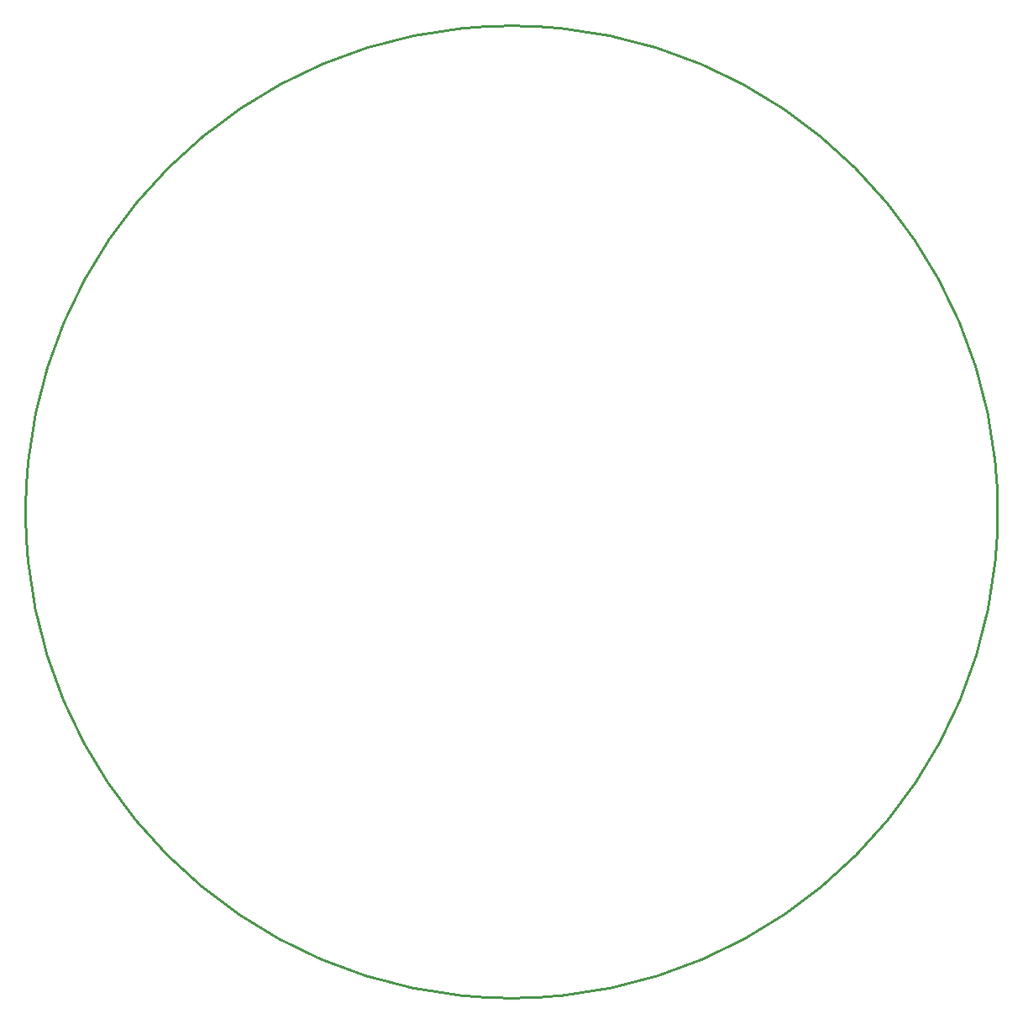
<source format=gko>
G04 Layer: BoardOutlineLayer*
G04 EasyEDA v6.5.39, 2025-06-10 14:50:35*
G04 eefc3f0089224e03be8a9c8d5fdaf5f0,953214928e7c43af8b9c7e5a0e4489c6,10*
G04 Gerber Generator version 0.2*
G04 Scale: 100 percent, Rotated: No, Reflected: No *
G04 Dimensions in millimeters *
G04 leading zeros omitted , absolute positions ,4 integer and 5 decimal *
%FSLAX45Y45*%
%MOMM*%

%ADD10C,0.2540*%
D10*
X4735499Y-145610D02*
G01*
X4767313Y-145610D01*
G75*
G01*
X4767811Y-143574D02*
G03*
X4734997Y-143574I-16407J4899963D01*

%LPD*%
M02*

</source>
